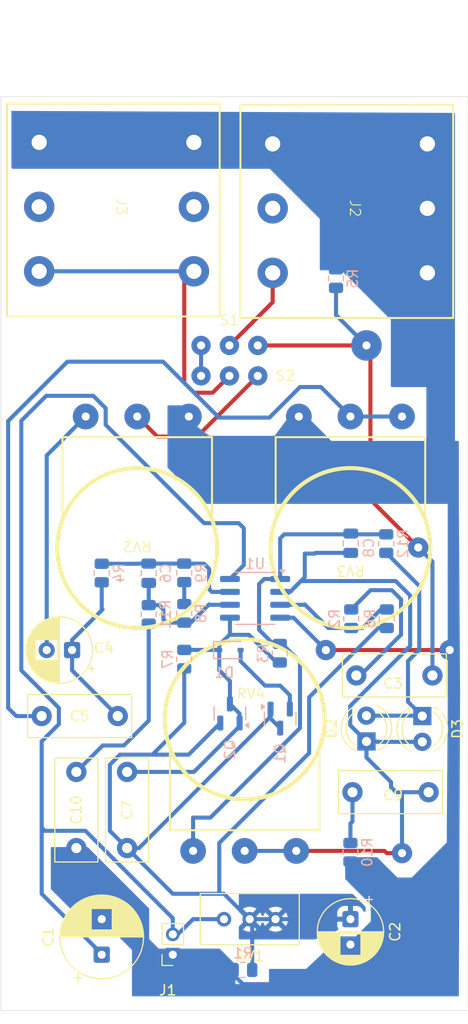
<source format=kicad_pcb>
(kicad_pcb (version 20241229) (generator "pcbnew") (generator_version "9.0")
  (layers (0 "F.Cu" signal) (2 "B.Cu" signal) (13 "F.Paste" user) (15 "B.Paste" user) (5 "F.SilkS" user "F.Silkscreen") (7 "B.SilkS" user "B.Silkscreen") (1 "F.Mask" user) (3 "B.Mask" user) (25 "Edge.Cuts" user))
  (net 0 "")
  (net 1 "+9v")
  (net 2 "GND")
  (net 3 "Vref")
  (net 4 "Net-(C3-Pad1)")
  (net 5 "Net-(C3-Pad2)")
  (net 6 "Net-(C4-Pad1)")
  (net 7 "Net-(C4-Pad2)")
  (net 8 "Net-(C5-Pad1)")
  (net 9 "Net-(U1B--)")
  (net 10 "Net-(C6-Pad2)")
  (net 11 "Net-(D1-K)")
  (net 12 "Net-(C8-Pad2)")
  (net 13 "Net-(D2-K)")
  (net 14 "Net-(C9-Pad1)")
  (net 15 "Net-(C10-Pad1)")
  (net 16 "Net-(D1-A)")
  (net 17 "Net-(D2-A)")
  (net 19 "Net-(J3-Pad3)")
  (net 22 "Net-(U1A-+)")
  (net 23 "Net-(R8-Pad2)")
  (net 24 "Net-(J2-Pad3)")
  (net 25 "Net-(RV2-Pad2)")
  (net 26 "Net-(S1-Pad1)")
  (footprint "Connector_PinSocket_2.00mm:PinSocket_1x02_P2.00mm_Vertical" (layer "F.Cu") (at 37.799 117.201 180)
    (property "Reference" "J1" (at 0.5 -3.5 0) (layer "F.SilkS"))
    (property "Value" "+9v")
    (pad "1" thru_hole rect (at 0 0 180) (size 1.35 1.35) (drill 0.8) (layers "*.Cu" "*.Mask") (net 2 "GND"))
    (pad "2" thru_hole circle (at 0 2 180) (size 1.35 1.35) (drill 0.8) (layers "*.Cu" "*.Mask") (net 1 "+9v"))
  )
  (footprint "LED_THT:LED_D4.0mm" (layer "F.Cu") (at 62.379 93.701 -90)
    (property "Reference" "D3" (at 1.27 -3.46 90) (layer "F.SilkS"))
    (property "Value" "LED")
    (pad "1" thru_hole rect (at 0 0 270) (size 1.8 1.8) (drill 0.9) (layers "*.Cu" "*.Mask") (net 17 "Net-(D2-A)"))
    (pad "2" thru_hole circle (at 2.54 0 270) (size 1.8 1.8) (drill 0.9) (layers "*.Cu" "*.Mask") (net 13 "Net-(D2-K)"))
  )
  (footprint "LED_THT:LED_D4.0mm" (layer "F.Cu") (at 56.879 96.201 90)
    (property "Reference" "D2" (at 1.27 -3.46 90) (layer "F.SilkS"))
    (property "Value" "LED")
    (pad "1" thru_hole rect (at 0 0 90) (size 1.8 1.8) (drill 0.9) (layers "*.Cu" "*.Mask") (net 13 "Net-(D2-K)"))
    (pad "2" thru_hole circle (at 2.54 0 90) (size 1.8 1.8) (drill 0.9) (layers "*.Cu" "*.Mask") (net 17 "Net-(D2-A)"))
  )
  (footprint "myConnectors:TRS_6.3" (layer "F.Cu") (at 55.259 43.701 -90)
    (property "Reference" "J2" (at 0 -0.5 270) (layer "F.SilkS") (effects (font (thickness 0.1))))
    (property "Value" "IN")
    (pad "1" thru_hole circle (at -6.35 7.62 270) (size 3 3) (drill 1.5) (layers "*.Cu" "*.Mask") (net 2 "GND"))
    (pad "2" thru_hole circle (at 0 7.62 270) (size 3 3) (drill 1.5) (layers "*.Cu" "*.Mask"))
    (pad "3" thru_hole circle (at 6.35 7.62 270) (size 3 3) (drill 1.5) (layers "*.Cu" "*.Mask") (net 24 "Net-(J2-Pad3)"))
    (pad "4" thru_hole circle (at -6.35 -7.62 270) (size 3 3) (drill 1.5) (layers "*.Cu" "*.Mask") (net 2 "GND") (padstack (mode custom) (layer "B.Cu" (shape circle) (size 3 3))))
    (pad "5" thru_hole circle (at 0 -7.62 270) (size 3 3) (drill 1.5) (layers "*.Cu" "*.Mask") (net 2 "GND"))
    (pad "6" thru_hole circle (at 6.35 -7.62 270) (size 3 3) (drill 1.5) (layers "*.Cu" "*.Mask") (net 2 "GND"))
  )
  (footprint "myConnectors:Pot_old_vert" (layer "F.Cu") (at 34.299 64.201 -90)
    (property "Reference" "RV2" (at 12.799 0 180) (layer "F.SilkS") (effects (font (thickness 0.1))))
    (property "Value" "500k")
    (pad "1" thru_hole circle (at 0 -5.08 270) (size 2.54 2.54) (drill 0.8) (layers "*.Cu" "*.Mask") (net 2 "GND"))
    (pad "2" thru_hole circle (at 0 0 270) (size 2.54 2.54) (drill 0.8) (layers "*.Cu" "*.Mask") (net 25 "Net-(RV2-Pad2)"))
    (pad "3" thru_hole circle (at 0 5.08 270) (size 2.54 2.54) (drill 0.8) (layers "*.Cu" "*.Mask") (net 7 "Net-(C4-Pad2)"))
  )
  (footprint "myConnectors:Pot_old_vert" (layer "F.Cu") (at 44.880814 106.980454 90)
    (property "Reference" "RV4" (at 15.480454 0.619186 0) (layer "F.SilkS") (effects (font (thickness 0.1))))
    (property "Value" "500k")
    (pad "1" thru_hole circle (at 0 -5.08 90) (size 2.54 2.54) (drill 0.8) (layers "*.Cu" "*.Mask") (net 12 "Net-(C8-Pad2)"))
    (pad "2" thru_hole circle (at 0 0 90) (size 2.54 2.54) (drill 0.8) (layers "*.Cu" "*.Mask") (net 13 "Net-(D2-K)"))
    (pad "3" thru_hole circle (at 0 5.08 90) (size 2.54 2.54) (drill 0.8) (layers "*.Cu" "*.Mask") (net 13 "Net-(D2-K)"))
  )
  (footprint "Capacitor_THT:CP_Radial_D6.3mm_P2.50mm" (layer "F.Cu") (at 27.879 87.201 180)
    (property "Reference" "C4" (at -3.121 0.201 0) (layer "F.SilkS"))
    (property "Value" "22u")
    (pad "1" thru_hole roundrect (at 0 0 180) (size 1.6 1.6) (drill 0.8) (layers "*.Cu" "*.Mask") (roundrect_rratio 0.15625) (net 6 "Net-(C4-Pad1)"))
    (pad "2" thru_hole circle (at 2.5 0 180) (size 1.6 1.6) (drill 0.8) (layers "*.Cu" "*.Mask") (net 7 "Net-(C4-Pad2)"))
  )
  (footprint "Capacitor_THT:C_Rect_L10.0mm_W4.0mm_P7.50mm_MKS4" (layer "F.Cu") (at 24.879 93.701)
    (property "Reference" "C5" (at 3.75 0 0) (layer "F.SilkS"))
    (property "Value" "47n")
    (pad "1" thru_hole circle (at 0 0) (size 2 2) (drill 1) (layers "*.Cu" "*.Mask") (net 8 "Net-(C5-Pad1)"))
    (pad "2" thru_hole circle (at 7.5 0) (size 2 2) (drill 1) (layers "*.Cu" "*.Mask") (net 6 "Net-(C4-Pad1)"))
  )
  (footprint "Potentiometer_THT:Potentiometer_Bourns_3296W_Vertical" (layer "F.Cu") (at 42.839 113.706 180)
    (property "Reference" "RV1" (at -2.54 -3.66 0) (layer "F.SilkS"))
    (property "Value" "10k")
    (pad "1" thru_hole circle (at 0 0 180) (size 1.44 1.44) (drill 0.8) (layers "*.Cu" "*.Mask") (net 1 "+9v"))
    (pad "2" thru_hole circle (at -2.54 0 180) (size 1.44 1.44) (drill 0.8) (layers "*.Cu" "*.Mask") (net 3 "Vref"))
    (pad "3" thru_hole circle (at -5.08 0 180) (size 1.44 1.44) (drill 0.8) (layers "*.Cu" "*.Mask") (net 3 "Vref"))
  )
  (footprint "myConnectors:Pot_old_vert" (layer "F.Cu") (at 55.299 64.201 -90)
    (property "Reference" "RV3" (at 15.192 0 180) (layer "F.SilkS") (effects (font (thickness 0.125))))
    (property "Value" "10k")
    (pad "1" thru_hole circle (at 0 -5.08 270) (size 2.54 2.54) (drill 0.8) (layers "*.Cu" "*.Mask") (net 8 "Net-(C5-Pad1)"))
    (pad "2" thru_hole circle (at 0 0 270) (size 2.54 2.54) (drill 0.8) (layers "*.Cu" "*.Mask") (net 8 "Net-(C5-Pad1)"))
    (pad "3" thru_hole circle (at 0 5.08 270) (size 2.54 2.54) (drill 0.8) (layers "*.Cu" "*.Mask") (net 2 "GND"))
  )
  (footprint "Capacitor_THT:CP_Radial_D6.3mm_P2.50mm" (layer "F.Cu") (at 55.299 113.701 -90)
    (property "Reference" "C2" (at 1.25 -4.4 90) (layer "F.SilkS"))
    (property "Value" "25u")
    (pad "1" thru_hole roundrect (at 0 0 270) (size 1.6 1.6) (drill 0.8) (layers "*.Cu" "*.Mask") (roundrect_rratio 0.15625) (net 3 "Vref"))
    (pad "2" thru_hole circle (at 2.5 0 270) (size 1.6 1.6) (drill 0.8) (layers "*.Cu" "*.Mask") (net 2 "GND"))
  )
  (footprint "myConnectors:TRS_6.3" (layer "F.Cu") (at 32.259 43.551 -90)
    (property "Reference" "J3" (at 0 -0.5 270) (layer "F.SilkS") (effects (font (thickness 0.1))))
    (property "Value" "OUT")
    (pad "1" thru_hole circle (at -6.35 7.62 270) (size 3 3) (drill 1.5) (layers "*.Cu" "*.Mask") (net 2 "GND"))
    (pad "2" thru_hole circle (at 0 7.62 270) (size 3 3) (drill 1.5) (layers "*.Cu" "*.Mask"))
    (pad "3" thru_hole circle (at 6.35 7.62 270) (size 3 3) (drill 1.5) (layers "*.Cu" "*.Mask") (net 19 "Net-(J3-Pad3)"))
    (pad "4" thru_hole circle (at -6.35 -7.62 270) (size 3 3) (drill 1.5) (layers "*.Cu" "*.Mask") (net 2 "GND") (padstack (mode custom) (layer "B.Cu" (shape circle) (size 3 3))))
    (pad "5" thru_hole circle (at 0 -7.62 270) (size 3 3) (drill 1.5) (layers "*.Cu" "*.Mask"))
    (pad "6" thru_hole circle (at 6.35 -7.62 270) (size 3 3) (drill 1.5) (layers "*.Cu" "*.Mask") (net 19 "Net-(J3-Pad3)"))
  )
  (footprint "Capacitor_THT:C_Rect_L10.0mm_W4.0mm_P7.50mm_MKS4" (layer "F.Cu") (at 55.5 101.201)
    (property "Reference" "C9" (at 4 0.299 0) (layer "F.SilkS"))
    (property "Value" "68n")
    (pad "1" thru_hole circle (at 0 0) (size 2 2) (drill 1) (layers "*.Cu" "*.Mask") (net 14 "Net-(C9-Pad1)"))
    (pad "2" thru_hole circle (at 7.5 0) (size 2 2) (drill 1) (layers "*.Cu" "*.Mask") (net 13 "Net-(D2-K)"))
  )
  (footprint "Capacitor_THT:C_Rect_L10.0mm_W4.0mm_P7.50mm_MKS4" (layer "F.Cu") (at 28.299 99.201 -90)
    (property "Reference" "C10" (at 3.75 0 90) (layer "F.SilkS"))
    (property "Value" "100n")
    (pad "1" thru_hole circle (at 0 0 270) (size 2 2) (drill 1) (layers "*.Cu" "*.Mask") (net 15 "Net-(C10-Pad1)"))
    (pad "2" thru_hole circle (at 7.5 0 270) (size 2 2) (drill 1) (layers "*.Cu" "*.Mask") (net 2 "GND"))
  )
  (footprint "Capacitor_THT:CP_Radial_D8.0mm_P3.50mm" (layer "F.Cu") (at 30.799 117.201 90)
    (property "Reference" "C1" (at 1.75 -5.25 90) (layer "F.SilkS"))
    (property "Value" "50u")
    (pad "1" thru_hole roundrect (at 0 0 90) (size 1.6 1.6) (drill 0.8) (layers "*.Cu" "*.Mask") (roundrect_rratio 0.15625) (net 1 "+9v"))
    (pad "2" thru_hole circle (at 3.5 0 90) (size 1.6 1.6) (drill 0.8) (layers "*.Cu" "*.Mask") (net 2 "GND"))
  )
  (footprint "Capacitor_THT:C_Rect_L10.0mm_W4.0mm_P7.50mm_MKS4" (layer "F.Cu") (at 63.379 89.701 180)
    (property "Reference" "C3" (at 3.879 -0.799 0) (layer "F.SilkS"))
    (property "Value" "68n")
    (pad "1" thru_hole circle (at 0 0 180) (size 2 2) (drill 1) (layers "*.Cu" "*.Mask") (net 4 "Net-(C3-Pad1)"))
    (pad "2" thru_hole circle (at 7.5 0 180) (size 2 2) (drill 1) (layers "*.Cu" "*.Mask") (net 5 "Net-(C3-Pad2)"))
  )
  (footprint "Capacitor_THT:C_Rect_L10.0mm_W4.0mm_P7.50mm_MKS4" (layer "F.Cu") (at 33.299 99.201 -90)
    (property "Reference" "C7" (at 3.75 0 90) (layer "F.SilkS"))
    (property "Value" "6.8n")
    (pad "1" thru_hole circle (at 0 0 270) (size 2 2) (drill 1) (layers "*.Cu" "*.Mask") (net 11 "Net-(D1-K)"))
    (pad "2" thru_hole circle (at 7.5 0 270) (size 2 2) (drill 1) (layers "*.Cu" "*.Mask") (net 3 "Vref"))
  )
  (footprint "myConnectors:1PDT" (layer "F.Cu") (at 43.379 57.201)
    (property "Reference" "S1" (at 0 -2.5 0) (layer "F.SilkS") (effects (font (thickness 0.1))))
    (property "Value" "~")
    (pad "1" thru_hole circle (at -2.794 0) (size 1.905 1.905) (drill 0.8) (layers "*.Cu" "*.Mask") (net 26 "Net-(S1-Pad1)"))
    (pad "2" thru_hole circle (at 0 0) (size 1.905 1.905) (drill 0.8) (layers "*.Cu" "*.Mask") (net 24 "Net-(J2-Pad3)"))
    (pad "3" thru_hole circle (at 2.794 0) (size 1.905 1.905) (drill 0.8) (layers "*.Cu" "*.Mask") (net 4 "Net-(C3-Pad1)"))
  )
  (footprint "myConnectors:1PDT" (layer "F.Cu") (at 43.379 60.201)
    (property "Reference" "S2" (at 5.5 0 0) (layer "F.SilkS") (effects (font (thickness 0.1))))
    (property "Value" "~")
    (pad "1" thru_hole circle (at -2.794 0) (size 1.905 1.905) (drill 0.8) (layers "*.Cu" "*.Mask") (net 26 "Net-(S1-Pad1)"))
    (pad "2" thru_hole circle (at 0 0) (size 1.905 1.905) (drill 0.8) (layers "*.Cu" "*.Mask") (net 19 "Net-(J3-Pad3)"))
    (pad "3" thru_hole circle (at 2.794 0) (size 1.905 1.905) (drill 0.8) (layers "*.Cu" "*.Mask") (net 25 "Net-(RV2-Pad2)"))
  )
  (footprint "Resistor_SMD:R_0805_2012Metric" (layer "B.Cu") (at 38.929 79.5985 90)
    (property "Reference" "R9" (at 0 1.65 90) (layer "B.SilkS") (effects (justify mirror)))
    (property "Value" "47k" (hide yes))
    (pad "1" smd roundrect (at -0.9125 0 90) (size 1.025 1.4) (layers "B.Cu" "B.Mask" "B.Paste") (roundrect_rratio 0.243902) (net 23 "Net-(R8-Pad2)"))
    (pad "2" smd roundrect (at 0.9125 0 90) (size 1.025 1.4) (layers "B.Cu" "B.Mask" "B.Paste") (roundrect_rratio 0.243902) (net 10 "Net-(C6-Pad2)"))
  )
  (footprint "Resistor_SMD:R_0805_2012Metric" (layer "B.Cu") (at 58.829 76.716 90)
    (property "Reference" "R12" (at 0 1.65 90) (layer "B.SilkS") (effects (justify mirror)))
    (property "Value" "100")
    (pad "1" smd roundrect (at -0.9125 0 90) (size 1.025 1.4) (layers "B.Cu" "B.Mask" "B.Paste") (roundrect_rratio 0.243902) (net 17 "Net-(D2-A)"))
    (pad "2" smd roundrect (at 0.9125 0 90) (size 1.025 1.4) (layers "B.Cu" "B.Mask" "B.Paste") (roundrect_rratio 0.243902) (net 12 "Net-(C8-Pad2)"))
  )
  (footprint "Resistor_SMD:R_0805_2012Metric" (layer "B.Cu") (at 38.929 83.586 90)
    (property "Reference" "R8" (at 0 1.65 90) (layer "B.SilkS") (effects (justify mirror)))
    (property "Value" "100k")
    (pad "1" smd roundrect (at -0.9125 0 90) (size 1.025 1.4) (layers "B.Cu" "B.Mask" "B.Paste") (roundrect_rratio 0.243902) (net 9 "Net-(U1B--)"))
    (pad "2" smd roundrect (at 0.9125 0 90) (size 1.025 1.4) (layers "B.Cu" "B.Mask" "B.Paste") (roundrect_rratio 0.243902) (net 23 "Net-(R8-Pad2)"))
  )
  (footprint "Resistor_SMD:R_0805_2012Metric" (layer "B.Cu") (at 53.879 50.6135 90)
    (property "Reference" "R5" (at 0 1.65 90) (layer "B.SilkS") (effects (justify mirror)))
    (property "Value" "1M")
    (pad "1" smd roundrect (at -0.9125 0 90) (size 1.025 1.4) (layers "B.Cu" "B.Mask" "B.Paste") (roundrect_rratio 0.243902) (net 4 "Net-(C3-Pad1)"))
    (pad "2" smd roundrect (at 0.9125 0 90) (size 1.025 1.4) (layers "B.Cu" "B.Mask" "B.Paste") (roundrect_rratio 0.243902) (net 2 "GND"))
  )
  (footprint "Resistor_SMD:R_0805_2012Metric" (layer "B.Cu") (at 30.799 79.6135 90)
    (property "Reference" "R4" (at 0 1.701 90) (layer "B.SilkS") (effects (justify mirror)))
    (property "Value" "20k")
    (pad "1" smd roundrect (at -0.9125 0 90) (size 1.025 1.4) (layers "B.Cu" "B.Mask" "B.Paste") (roundrect_rratio 0.243902) (net 6 "Net-(C4-Pad1)"))
    (pad "2" smd roundrect (at 0.9125 0 90) (size 1.025 1.4) (layers "B.Cu" "B.Mask" "B.Paste") (roundrect_rratio 0.243902) (net 10 "Net-(C6-Pad2)"))
  )
  (footprint "Resistor_SMD:R_0805_2012Metric" (layer "B.Cu") (at 55.299 107.1135 90)
    (property "Reference" "R10" (at 0 1.65 90) (layer "B.SilkS") (effects (justify mirror)))
    (property "Value" "2k")
    (pad "1" smd roundrect (at -0.9125 0 90) (size 1.025 1.4) (layers "B.Cu" "B.Mask" "B.Paste") (roundrect_rratio 0.243902) (net 2 "GND"))
    (pad "2" smd roundrect (at 0.9125 0 90) (size 1.025 1.4) (layers "B.Cu" "B.Mask" "B.Paste") (roundrect_rratio 0.243902) (net 14 "Net-(C9-Pad1)"))
  )
  (footprint "Capacitor_SMD:C_0805_2012Metric" (layer "B.Cu") (at 55.329 76.6785 90)
    (property "Reference" "C8" (at -0.45 1.779454 90) (layer "B.SilkS") (effects (justify mirror)))
    (property "Value" "100p")
    (pad "1" smd roundrect (at -0.95 0 90) (size 1 1.45) (layers "B.Cu" "B.Mask" "B.Paste") (net 13 "Net-(D2-K)"))
    (pad "2" smd roundrect (at 0.95 0 90) (size 1 1.45) (layers "B.Cu" "B.Mask" "B.Paste") (net 12 "Net-(C8-Pad2)"))
  )
  (footprint "Package_TO_SOT_SMD:SOT-23" (layer "B.Cu") (at 43.429 93.4485 90)
    (property "Reference" "Q2" (at -3.5625 0 90) (layer "B.SilkS") (effects (justify mirror)))
    (property "Value" "AO3400A")
    (pad "1" smd roundrect (at -0.9375 0.95 90) (size 1.475 0.6) (layers "B.Cu" "B.Mask" "B.Paste") (net 11 "Net-(D1-K)"))
    (pad "2" smd roundrect (at -0.9375 -0.95 90) (size 1.475 0.6) (layers "B.Cu" "B.Mask" "B.Paste") (net 3 "Vref"))
    (pad "3" smd roundrect (at 0.9375 0 90) (size 1.475 0.6) (layers "B.Cu" "B.Mask" "B.Paste") (net 11 "Net-(D1-K)"))
  )
  (footprint "Resistor_SMD:R_0805_2012Metric" (layer "B.Cu") (at 55.379 84.1135 -90)
    (property "Reference" "R2" (at 0 1.65 90) (layer "B.SilkS") (effects (justify mirror)))
    (property "Value" "10k")
    (pad "1" smd roundrect (at -0.9125 0 270) (size 1.025 1.4) (layers "B.Cu" "B.Mask" "B.Paste") (roundrect_rratio 0.243902) (net 5 "Net-(C3-Pad2)"))
    (pad "2" smd roundrect (at 0.9125 0 270) (size 1.025 1.4) (layers "B.Cu" "B.Mask" "B.Paste") (roundrect_rratio 0.243902) (net 22 "Net-(U1A-+)"))
  )
  (footprint "Diode_SMD:D_SOD-323" (layer "B.Cu") (at 43.429 87.201)
    (property "Reference" "D1" (at -0.55 2.225 0) (layer "B.SilkS") (effects (justify mirror)))
    (property "Value" "1N4148WS")
    (pad "1" smd roundrect (at -1.05 0) (size 0.6 0.45) (layers "B.Cu" "B.Mask" "B.Paste") (net 11 "Net-(D1-K)"))
    (pad "2" smd roundrect (at 1.05 0) (size 0.6 0.45) (layers "B.Cu" "B.Mask" "B.Paste") (net 16 "Net-(D1-A)"))
  )
  (footprint "Resistor_SMD:R_0805_2012Metric" (layer "B.Cu") (at 35.429 83.686 90)
    (property "Reference" "R11" (at 0 1.65 90) (layer "B.SilkS") (effects (justify mirror)))
    (property "Value" "39k")
    (pad "1" smd roundrect (at -0.9125 0 90) (size 1.025 1.4) (layers "B.Cu" "B.Mask" "B.Paste") (roundrect_rratio 0.243902) (net 15 "Net-(C10-Pad1)"))
    (pad "2" smd roundrect (at 0.9125 0 90) (size 1.025 1.4) (layers "B.Cu" "B.Mask" "B.Paste") (roundrect_rratio 0.243902) (net 9 "Net-(U1B--)"))
  )
  (footprint "Resistor_SMD:R_0805_2012Metric" (layer "B.Cu") (at 48.3415 87.511 -90)
    (property "Reference" "R3" (at 0 1.65 90) (layer "B.SilkS") (effects (justify mirror)))
    (property "Value" "10k")
    (pad "1" smd roundrect (at -0.9125 0 270) (size 1.025 1.4) (layers "B.Cu" "B.Mask" "B.Paste") (roundrect_rratio 0.243902) (net 12 "Net-(C8-Pad2)"))
    (pad "2" smd roundrect (at 0.9125 0 270) (size 1.025 1.4) (layers "B.Cu" "B.Mask" "B.Paste") (roundrect_rratio 0.243902) (net 11 "Net-(D1-K)"))
  )
  (footprint "Resistor_SMD:R_0805_2012Metric" (layer "B.Cu") (at 38.929 88.0985 -90)
    (property "Reference" "R7" (at 0 1.65 90) (layer "B.SilkS") (effects (justify mirror)))
    (property "Value" "330k")
    (pad "1" smd roundrect (at -0.9125 0 270) (size 1.025 1.4) (layers "B.Cu" "B.Mask" "B.Paste") (roundrect_rratio 0.243902) (net 11 "Net-(D1-K)"))
    (pad "2" smd roundrect (at 0.9125 0 270) (size 1.025 1.4) (layers "B.Cu" "B.Mask" "B.Paste") (roundrect_rratio 0.243902) (net 3 "Vref"))
  )
  (footprint "Package_TO_SOT_SMD:SOT-23" (layer "B.Cu") (at 48.379 93.9485 -90)
    (property "Reference" "Q1" (at 3.4375 0 90) (layer "B.SilkS") (effects (justify mirror)))
    (property "Value" "AO3400A")
    (pad "1" smd roundrect (at -0.9375 0.95 270) (size 1.475 0.6) (layers "B.Cu" "B.Mask" "B.Paste") (net 3 "Vref"))
    (pad "2" smd roundrect (at -0.9375 -0.95 270) (size 1.475 0.6) (layers "B.Cu" "B.Mask" "B.Paste") (net 16 "Net-(D1-A)"))
    (pad "3" smd roundrect (at 0.9375 0 270) (size 1.475 0.6) (layers "B.Cu" "B.Mask" "B.Paste") (net 3 "Vref"))
  )
  (footprint "Package_SO:SOIC-8_3.9x4.9mm_P1.27mm" (layer "B.Cu") (at 45.904 82.106 180)
    (property "Reference" "U1" (at 0 3.4 0) (layer "B.SilkS") (effects (justify mirror)))
    (property "Value" "TL072")
    (pad "1" smd roundrect (at -2.475 1.905 180) (size 1.95 0.6) (layers "B.Cu" "B.Mask" "B.Paste") (net 12 "Net-(C8-Pad2)"))
    (pad "2" smd roundrect (at -2.475 0.635 180) (size 1.95 0.6) (layers "B.Cu" "B.Mask" "B.Paste") (net 13 "Net-(D2-K)"))
    (pad "3" smd roundrect (at -2.475 -0.635 180) (size 1.95 0.6) (layers "B.Cu" "B.Mask" "B.Paste") (net 22 "Net-(U1A-+)"))
    (pad "4" smd roundrect (at -2.475 -1.905 180) (size 1.95 0.6) (layers "B.Cu" "B.Mask" "B.Paste") (net 2 "GND"))
    (pad "5" smd roundrect (at 2.475 -1.905 180) (size 1.95 0.6) (layers "B.Cu" "B.Mask" "B.Paste") (net 11 "Net-(D1-K)"))
    (pad "6" smd roundrect (at 2.475 -0.635 180) (size 1.95 0.6) (layers "B.Cu" "B.Mask" "B.Paste") (net 9 "Net-(U1B--)"))
    (pad "7" smd roundrect (at 2.475 0.635 180) (size 1.95 0.6) (layers "B.Cu" "B.Mask" "B.Paste") (net 10 "Net-(C6-Pad2)"))
    (pad "8" smd roundrect (at 2.475 1.905 180) (size 1.95 0.6) (layers "B.Cu" "B.Mask" "B.Paste") (net 1 "+9v"))
  )
  (footprint "Resistor_SMD:R_0805_2012Metric" (layer "B.Cu") (at 44.7115 118.701 180)
    (property "Reference" "R1" (at 0 1.65 0) (layer "B.SilkS") (effects (justify mirror)))
    (property "Value" "10k")
    (pad "1" smd roundrect (at -0.9125 0 180) (size 1.025 1.4) (layers "B.Cu" "B.Mask" "B.Paste") (roundrect_rratio 0.243902) (net 3 "Vref"))
    (pad "2" smd roundrect (at 0.9125 0 180) (size 1.025 1.4) (layers "B.Cu" "B.Mask" "B.Paste") (roundrect_rratio 0.243902) (net 2 "GND"))
  )
  (footprint "Capacitor_SMD:C_0805_2012Metric" (layer "B.Cu") (at 35.429 79.636 90)
    (property "Reference" "C6" (at 0 1.68 90) (layer "B.SilkS") (effects (justify mirror)))
    (property "Value" "100p")
    (pad "1" smd roundrect (at -0.95 0 90) (size 1 1.45) (layers "B.Cu" "B.Mask" "B.Paste") (net 9 "Net-(U1B--)"))
    (pad "2" smd roundrect (at 0.95 0 90) (size 1 1.45) (layers "B.Cu" "B.Mask" "B.Paste") (net 10 "Net-(C6-Pad2)"))
  )
  (footprint "Resistor_SMD:R_0805_2012Metric" (layer "B.Cu") (at 58.879 84.1135 -90)
    (property "Reference" "R6" (at 0 1.65 90) (layer "B.SilkS") (effects (justify mirror)))
    (property "Value" "470k")
    (pad "1" smd roundrect (at -0.9125 0 270) (size 1.025 1.4) (layers "B.Cu" "B.Mask" "B.Paste") (roundrect_rratio 0.243902) (net 22 "Net-(U1A-+)"))
    (pad "2" smd roundrect (at 0.9125 0 270) (size 1.025 1.4) (layers "B.Cu" "B.Mask" "B.Paste") (roundrect_rratio 0.243902) (net 3 "Vref"))
  )
  (gr_poly (pts (xy 54.879 107.701) (xy 57.879 107.701) (xy 59.879 109.701) (xy 61.379 109.701) (xy 64.879 106.201) (xy 65 91.5) (xy 66 91.5) (xy 65.879 120.201) (xy 49.379 120.201) (xy 54.379 115.5) (xy 56 115.5) (xy 57.5 114) (xy 57.5 112.201) (xy 54.879 109.701)) (stroke (width 0.2)) (fill yes) (layer "B.Cu") (net 2))
  (gr_poly (pts (xy 29.379 106.701) (xy 25.879 106.701) (xy 25.879 110.701) (xy 30.379 115.201) (xy 32.379 115.201) (xy 33.879 116.701) (xy 33.879 121.201) (xy 65.879 121.201) (xy 65.879 118.701) (xy 47.379 118.701) (xy 47.379 120.201) (xy 43.879 120.201) (xy 43.879 118.201) (xy 42.379 116.701) (xy 36.379 116.701) (xy 35.379 115.701) (xy 35.379 112.701)) (stroke (width 0.2)) (fill yes) (layer "B.Cu") (net 2))
  (gr_poly (pts (xy 65.879 72.701) (xy 66 91.5) (xy 65 91.5) (xy 65.010315 72.701)) (stroke (width 0.2)) (fill yes) (layer "B.Cu") (net 2))
  (gr_poly (pts (xy 39.379 63.201) (xy 37.379 63.201) (xy 37.379 69.201) (xy 40.879 72.701) (xy 65.879 72.701) (xy 65.879 66.701) (xy 53.379 66.701) (xy 50.879 64.201) (xy 49.379 64.201) (xy 47.879 66.201) (xy 41.379 66.201) (xy 39.379 64.701)) (stroke (width 0.2)) (fill yes) (layer "B.Cu") (net 2))
  (gr_poly (pts (xy 22 34.201) (xy 22 39.701) (xy 47.379 39.701) (xy 52.379 44.701) (xy 52.379 49.701) (xy 54.879 49.701) (xy 59.379 54.201) (xy 59.379 61.201) (xy 62.879 61.201) (xy 62.879 67.701) (xy 65.5 69.7) (xy 65.5 34.4) (xy 22 34.201) (xy 22 39.701) (xy 22.379 39.701)) (stroke (width 0.2)) (fill yes) (layer "B.Cu") (net 2))
  (gr_rect (start 20.879 32.701) (end 66.879 122.701) (stroke (width 0.05)) (fill no) (layer "Edge.Cuts"))
  (segment (start 25.185211 105) (end 24.886211 104.701) (width 0.4) (layer "B.Cu") (net 1))
  (segment (start 24.879 96.201) (end 26.58 94.5) (width 0.4) (layer "B.Cu") (net 1))
  (segment (start 44.799 75.201) (end 44.799 78.831) (width 0.4) (layer "B.Cu") (net 1))
  (segment (start 44.299 74.701) (end 44.799 75.201) (width 0.4) (layer "B.Cu") (net 1))
  (segment (start 37.646349 115.048349) (end 37.799 115.201) (width 0.4) (layer "B.Cu") (net 1))
  (segment (start 37.799 113.606578) (end 29.192422 105) (width 0.4) (layer "B.Cu") (net 1))
  (segment (start 24.886211 105.201) (end 24.886211 104.701) (width 0.4) (layer "B.Cu") (net 1))
  (segment (start 25.339 62.161) (end 29.966415 62.161) (width 0.4) (layer "B.Cu") (net 1))
  (segment (start 40.873585 74.701) (end 44.299 74.701) (width 0.4) (layer "B.Cu") (net 1))
  (segment (start 39.799 113.701) (end 42.799 113.701) (width 0.4) (layer "B.Cu") (net 1))
  (segment (start 37.799 115.201) (end 37.799 113.606578) (width 0.4) (layer "B.Cu") (net 1))
  (segment (start 31.19 63.384585) (end 31.19 65.017415) (width 0.4) (layer "B.Cu") (net 1))
  (segment (start 26.58 92.902) (end 22.879 89.201) (width 0.4) (layer "B.Cu") (net 1))
  (segment (start 30.799 117.201) (end 30.879 117.201) (width 0.4) (layer "B.Cu") (net 1))
  (segment (start 26.58 94.5) (end 26.58 92.902) (width 0.4) (layer "B.Cu") (net 1))
  (segment (start 37.799 115.201) (end 38.299 115.201) (width 0.4) (layer "B.Cu") (net 1))
  (segment (start 29.966415 62.161) (end 31.19 63.384585) (width 0.4) (layer "B.Cu") (net 1))
  (segment (start 24.886211 105.201) (end 24.886211 96.208211) (width 0.4) (layer "B.Cu") (net 1))
  (segment (start 30.879 117.201) (end 24.886211 111.208211) (width 0.4) (layer "B.Cu") (net 1))
  (segment (start 44.799 78.831) (end 43.429 80.201) (width 0.4) (layer "B.Cu") (net 1))
  (segment (start 38.299 115.201) (end 39.799 113.701) (width 0.4) (layer "B.Cu") (net 1))
  (segment (start 31.19 65.017415) (end 40.873585 74.701) (width 0.4) (layer "B.Cu") (net 1))
  (segment (start 22.879 89.201) (end 22.879 64.621) (width 0.4) (layer "B.Cu") (net 1))
  (segment (start 24.886211 111.208211) (end 24.886211 105.201) (width 0.4) (layer "B.Cu") (net 1))
  (segment (start 22.879 64.621) (end 25.339 62.161) (width 0.4) (layer "B.Cu") (net 1))
  (segment (start 24.886211 96.208211) (end 24.879 96.201) (width 0.4) (layer "B.Cu") (net 1))
  (segment (start 29.192422 105) (end 25.185211 105) (width 0.4) (layer "B.Cu") (net 1))
  (segment (start 52.879 87.201) (end 65.08 87.201) (width 0.4) (layer "F.Cu") (net 2))
  (via (at 52.879 87.201) (size 2) (drill 0.8) (layers "F.Cu" "B.Cu") (net 2))
  (via (at 65.08 87.201) (size 2) (drill 0.8) (layers "F.Cu" "B.Cu") (net 2))
  (segment (start 63.379 61.702) (end 64.879 60.202) (width 0.4) (layer "B.Cu") (net 2))
  (segment (start 49.689 84.011) (end 52.879 87.201) (width 0.4) (layer "B.Cu") (net 2))
  (segment (start 39.379 64.201) (end 39.379 67.201) (width 0.4) (layer "B.Cu") (net 2))
  (segment (start 55.299 116.201) (end 51.398 120.102) (width 0.4) (layer "B.Cu") (net 2))
  (segment (start 32.299 113.701) (end 35.799 117.201) (width 0.4) (layer "B.Cu") (net 2))
  (segment (start 65.08 60.701) (end 65.08 80.201) (width 0.4) (layer "B.Cu") (net 2))
  (segment (start 48.379 67.701) (end 50.219 65.861) (width 0.4) (layer "B.Cu") (net 2))
  (segment (start 24.639 37.201) (end 31.879 37.201) (width 0.4) (layer "B.Cu") (net 2))
  (segment (start 43.299 118.701) (end 41.799 117.201) (width 0.4) (layer "B.Cu") (net 2))
  (segment (start 57.5 114) (end 55.299 116.201) (width 0.4) (layer "B.Cu") (net 2))
  (segment (start 65.08 60.202) (end 65.08 60.701) (width 0.4) (layer "B.Cu") (net 2))
  (segment (start 55.299 110) (end 57.5 112.201) (width 0.4) (layer "B.Cu") (net 2))
  (segment (start 28.299 111.201) (end 28.299 106.701) (width 0.4) (layer "B.Cu") (net 2))
  (segment (start 62.879 50.051) (end 65.08 52.252) (width 0.4) (layer "B.Cu") (net 2))
  (segment (start 39.379 67.201) (end 39.879 67.701) (width 0.4) (layer "B.Cu") (net 2))
  (segment (start 43.799 118.701) (end 43.299 118.701) (width 0.4) (layer "B.Cu") (net 2))
  (segment (start 50.219 65.861) (end 50.219 64.201) (width 0.4) (layer "B.Cu") (net 2))
  (segment (start 65.08 80.201) (end 65.08 87.201) (width 0.4) (layer "B.Cu") (net 2))
  (segment (start 51.398 120.102) (end 44.7 120.102) (width 0.4) (layer "B.Cu") (net 2))
  (segment (start 39.879 67.701) (end 48.379 67.701) (width 0.4) (layer "B.Cu") (net 2))
  (segment (start 65.08 87.201) (end 65.08 109) (width 0.4) (layer "B.Cu") (net 2))
  (segment (start 63.379 66.701) (end 63.379 61.702) (width 0.4) (layer "B.Cu") (net 2))
  (segment (start 65.08 52.252) (end 65.08 60.701) (width 0.4) (layer "B.Cu") (net 2))
  (segment (start 54.219 68.201) (end 61.879 68.201) (width 0.4) (layer "B.Cu") (net 2))
  (segment (start 64.879 60.202) (end 65.08 60.202) (width 0.4) (layer "B.Cu") (net 2))
  (segment (start 30.799 113.701) (end 28.299 111.201) (width 0.4) (layer "B.Cu") (net 2))
  (segment (start 50.219 64.201) (end 54.219 68.201) (width 0.4) (layer "B.Cu") (net 2))
  (segment (start 41.799 117.201) (end 37.799 117.201) (width 0.4) (layer "B.Cu") (net 2))
  (segment (start 61.879 68.201) (end 63.379 66.701) (width 0.4) (layer "B.Cu") (net 2))
  (segment (start 65.08 109) (end 57.879 116.201) (width 0.4) (layer "B.Cu") (net 2))
  (segment (start 57.879 116.201) (end 55.299 116.201) (width 0.4) (layer "B.Cu") (net 2))
  (segment (start 54.579 49.701) (end 65.08 60.202) (width 0.4) (layer "B.Cu") (net 2))
  (segment (start 62.879 37.351) (end 62.879 50.051) (width 0.4) (layer "B.Cu") (net 2))
  (segment (start 47.639 37.351) (end 54.054 43.766) (width 0.4) (layer "B.Cu") (net 2))
  (segment (start 30.799 113.701) (end 32.299 113.701) (width 0.4) (layer "B.Cu") (net 2))
  (segment (start 65.08 79.062) (end 65.08 80.201) (width 0.4) (layer "B.Cu") (net 2))
  (segment (start 44.7 120.102) (end 43.799 119.201) (width 0.4) (layer "B.Cu") (net 2))
  (segment (start 55.299 108.026) (end 55.299 110) (width 0.4) (layer "B.Cu") (net 2))
  (segment (start 31.879 37.201) (end 39.879 37.201) (width 0.4) (layer "B.Cu") (net 2))
  (segment (start 48.379 84.011) (end 49.689 84.011) (width 0.4) (layer "B.Cu") (net 2))
  (segment (start 57.5 112.201) (end 57.5 114) (width 0.4) (layer "B.Cu") (net 2))
  (segment (start 54.054 43.766) (end 54.054 49.701) (width 0.4) (layer "B.Cu") (net 2))
  (segment (start 43.799 119.201) (end 43.799 118.701) (width 0.4) (layer "B.Cu") (net 2))
  (segment (start 35.799 117.201) (end 37.799 117.201) (width 0.4) (layer "B.Cu") (net 2))
  (segment (start 53.879 49.701) (end 54.579 49.701) (width 0.4) (layer "B.Cu") (net 2))
  (segment (start 45.339 113.701) (end 47.879 113.701) (width 0.4) (layer "B.Cu") (net 3))
  (segment (start 42.839 111.201) (end 45.339 113.701) (width 0.4) (layer "B.Cu") (net 3))
  (segment (start 35.799 97.5) (end 32.594422 97.5) (width 0.4) (layer "B.Cu") (net 3))
  (segment (start 47.429 93.748499) (end 34.476499 106.701) (width 0.4) (layer "B.Cu") (net 3))
  (segment (start 45.624 118.701) (end 45.624 113.986) (width 0.4) (layer "B.Cu") (net 3))
  (segment (start 45.624 113.986) (end 45.339 113.701) (width 0.4) (layer "B.Cu") (net 3))
  (segment (start 42.479 94.386) (end 39.365 97.5) (width 0.4) (layer "B.Cu") (net 3))
  (segment (start 37.799 111.201) (end 42.379 111.201) (width 0.4) (layer "B.Cu") (net 3))
  (segment (start 47.429 93.011) (end 47.429 93.748499) (width 0.4) (layer "B.Cu") (net 3))
  (segment (start 38.929 94.37) (end 35.799 97.5) (width 0.4) (layer "B.Cu") (net 3))
  (segment (start 58.054 85.026) (end 51.231 91.849) (width 0.4) (layer "B.Cu") (net 3))
  (segment (start 55.299 113.701) (end 47.879 113.701) (width 0.4) (layer "B.Cu") (net 3))
  (segment (start 39.365 97.5) (end 35.799 97.5) (width 0.4) (layer "B.Cu") (net 3))
  (segment (start 31.598 98.496422) (end 31.598 105) (width 0.4) (layer "B.Cu") (net 3))
  (segment (start 58.879 85.026) (end 58.054 85.026) (width 0.4) (layer "B.Cu") (net 3))
  (segment (start 42.379 111.201) (end 42.839 111.201) (width 0.4) (layer "B.Cu") (net 3))
  (segment (start 51.231 91.849) (end 51.231 97.349) (width 0.4) (layer "B.Cu") (net 3))
  (segment (start 42.379 106.201) (end 42.379 111.201) (width 0.4) (layer "B.Cu") (net 3))
  (segment (start 31.598 105) (end 33.299 106.701) (width 0.4) (layer "B.Cu") (net 3))
  (segment (start 32.594422 97.5) (end 31.598 98.496422) (width 0.4) (layer "B.Cu") (net 3))
  (segment (start 38.929 89.011) (end 38.929 94.37) (width 0.4) (layer "B.Cu") (net 3))
  (segment (start 47.429 93.011) (end 47.429 93.936) (width 0.4) (layer "B.Cu") (net 3))
  (segment (start 34.476499 106.701) (end 33.299 106.701) (width 0.4) (layer "B.Cu") (net 3))
  (segment (start 33.299 106.701) (end 37.799 111.201) (width 0.4) (layer "B.Cu") (net 3))
  (segment (start 47.429 93.936) (end 48.379 94.886) (width 0.4) (layer "B.Cu") (net 3))
  (segment (start 51.231 97.349) (end 42.379 106.201) (width 0.4) (layer "B.Cu") (net 3))
  (segment (start 57.27 72.392) (end 57.27 57.592) (width 0.4) (layer "F.Cu") (net 4))
  (segment (start 46.173 57.201) (end 56.879 57.201) (width 0.4) (layer "F.Cu") (net 4))
  (segment (start 61.979 77.101) (end 57.27 72.392) (width 0.4) (layer "F.Cu") (net 4))
  (segment (start 57.27 57.592) (end 56.879 57.201) (width 0.4) (layer "F.Cu") (net 4))
  (via (at 61.979 77.101) (size 2) (drill 0.8) (layers "F.Cu" "B.Cu") (net 4))
  (via (at 56.879 57.201) (size 3) (drill 0.8) (layers "F.Cu" "B.Cu") (net 4))
  (segment (start 63.379 89.701) (end 63.379 78.501) (width 0.4) (layer "B.Cu") (net 4))
  (segment (start 53.879 54.201) (end 56.879 57.201) (width 0.4) (layer "B.Cu") (net 4))
  (segment (start 53.879 51.526) (end 53.879 54.201) (width 0.4) (layer "B.Cu") (net 4))
  (segment (start 63.379 89.701) (end 63.379 89.879) (width 0.4) (layer "B.Cu") (net 4))
  (segment (start 63.379 78.501) (end 61.979 77.101) (width 0.4) (layer "B.Cu") (net 4))
  (segment (start 59.379 81.303) (end 60.28 82.204) (width 0.4) (layer "B.Cu") (net 5))
  (segment (start 60.28 82.204) (end 60.28 85.689344) (width 0.4) (layer "B.Cu") (net 5))
  (segment (start 57.277 81.303) (end 59.379 81.303) (width 0.4) (layer "B.Cu") (net 5))
  (segment (start 60.28 85.689344) (end 56.268344 89.701) (width 0.4) (layer "B.Cu") (net 5))
  (segment (start 56.268344 89.701) (end 55.879 89.701) (width 0.4) (layer "B.Cu") (net 5))
  (segment (start 55.379 83.201) (end 57.277 81.303) (width 0.4) (layer "B.Cu") (net 5))
  (segment (start 27.879 89.201) (end 27.879 87.201) (width 0.4) (layer "B.Cu") (net 6))
  (segment (start 30.799 83.121) (end 30.799 80.526) (width 0.4) (layer "B.Cu") (net 6))
  (segment (start 32.379 93.701) (end 27.879 89.201) (width 0.4) (layer "B.Cu") (net 6))
  (segment (start 30.879 83.201) (end 30.799 83.121) (width 0.4) (layer "B.Cu") (net 6))
  (segment (start 27.879 87.201) (end 27.879 86.201) (width 0.4) (layer "B.Cu") (net 6))
  (segment (start 27.879 86.201) (end 30.879 83.201) (width 0.4) (layer "B.Cu") (net 6))
  (segment (start 25.379 87.201) (end 25.379 68.041) (width 0.4) (layer "B.Cu") (net 7))
  (segment (start 25.379 68.041) (end 29.219 64.201) (width 0.4) (layer "B.Cu") (net 7))
  (segment (start 21.58 64.645794) (end 21.58 92.902) (width 0.4) (layer "B.Cu") (net 8))
  (segment (start 52.394794 61.296794) (end 55.299 64.201) (width 0.4) (layer "B.Cu") (net 8))
  (segment (start 27.425794 58.8) (end 21.58 64.645794) (width 0.4) (layer "B.Cu") (net 8))
  (segment (start 27.425794 58.8) (end 36.845597 58.8) (width 0.4) (layer "B.Cu") (net 8))
  (segment (start 47.324585 64.308) (end 50.335791 61.296794) (width 0.4) (layer "B.Cu") (net 8))
  (segment (start 42.353597 64.308) (end 47.324585 64.308) (width 0.4) (layer "B.Cu") (net 8))
  (segment (start 22.379 93.701) (end 24.879 93.701) (width 0.4) (layer "B.Cu") (net 8))
  (segment (start 21.58 92.902) (end 22.379 93.701) (width 0.4) (layer "B.Cu") (net 8))
  (segment (start 50.335791 61.296794) (end 52.394794 61.296794) (width 0.4) (layer "B.Cu") (net 8))
  (segment (start 36.845597 58.8) (end 42.353597 64.308) (width 0.4) (layer "B.Cu") (net 8))
  (segment (start 60.379 64.201) (end 55.299 64.201) (width 0.4) (layer "B.Cu") (net 8))
  (segment (start 35.429 80.586) (end 35.429 82.7735) (width 0.4) (layer "B.Cu") (net 9))
  (segment (start 43.429 82.741) (end 41.419 82.741) (width 0.4) (layer "B.Cu") (net 9))
  (segment (start 37.1765 84.4985) (end 38.929 84.4985) (width 0.4) (layer "B.Cu") (net 9))
  (segment (start 36.4515 82.7735) (end 36.879 83.201) (width 0.4) (layer "B.Cu") (net 9))
  (segment (start 41.379 82.701) (end 39.5815 84.4985) (width 0.4) (layer "B.Cu") (net 9))
  (segment (start 36.879 83.201) (end 36.879 84.201) (width 0.4) (layer "B.Cu") (net 9))
  (segment (start 39.5815 84.4985) (end 38.929 84.4985) (width 0.4) (layer "B.Cu") (net 9))
  (segment (start 41.419 82.741) (end 41.379 82.701) (width 0.4) (layer "B.Cu") (net 9))
  (segment (start 38.2415 84.4985) (end 38.929 84.4985) (width 0.2) (layer "B.Cu") (net 9))
  (segment (start 35.429 82.7735) (end 36.4515 82.7735) (width 0.4) (layer "B.Cu") (net 9))
  (segment (start 36.879 84.201) (end 37.1765 84.4985) (width 0.4) (layer "B.Cu") (net 9))
  (segment (start 39.144 78.646) (end 38.929 78.861) (width 0.2) (layer "B.Cu") (net 10))
  (segment (start 41.379 79.201) (end 40.864 78.686) (width 0.4) (layer "B.Cu") (net 10))
  (segment (start 41.649 81.471) (end 41.379 81.201) (width 0.4) (layer "B.Cu") (net 10))
  (segment (start 40.864 78.686) (end 35.429 78.686) (width 0.4) (layer "B.Cu") (net 10))
  (segment (start 34.314 78.686) (end 34.299 78.701) (width 0.4) (layer "B.Cu") (net 10))
  (segment (start 41.379 81.201) (end 41.379 79.201) (width 0.4) (layer "B.Cu") (net 10))
  (segment (start 35.429 78.686) (end 34.314 78.686) (width 0.4) (layer "B.Cu") (net 10))
  (segment (start 34.299 78.701) (end 30.799 78.701) (width 0.4) (layer "B.Cu") (net 10))
  (segment (start 43.429 81.471) (end 41.649 81.471) (width 0.4) (layer "B.Cu") (net 10))
  (segment (start 43.429 85.651) (end 43.429 84.011) (width 0.4) (layer "B.Cu") (net 11))
  (segment (start 43.479 85.701) (end 43.429 85.651) (width 0.4) (layer "B.Cu") (net 11))
  (segment (start 43.429 90.251) (end 42.379 89.201) (width 0.4) (layer "B.Cu") (net 11))
  (segment (start 42.364 87.186) (end 42.379 87.201) (width 0.4) (layer "B.Cu") (net 11))
  (segment (start 43.429 92.511) (end 43.429 90.251) (width 0.4) (layer "B.Cu") (net 11))
  (segment (start 48.3415 88.4235) (end 48.0215 88.4235) (width 0.4) (layer "B.Cu") (net 11))
  (segment (start 44.379 94.386) (end 44.379 93.461) (width 0.4) (layer "B.Cu") (net 11))
  (segment (start 39.879 99.201) (end 33.299 99.201) (width 0.4) (layer "B.Cu") (net 11))
  (segment (start 42.379 89.201) (end 42.379 87.201) (width 0.4) (layer "B.Cu") (net 11))
  (segment (start 38.929 87.186) (end 42.364 87.186) (width 0.4) (layer "B.Cu") (net 11))
  (segment (start 42.379 87.201) (end 42.379 86.701) (width 0.4) (layer "B.Cu") (net 11))
  (segment (start 44.379 94.701) (end 39.879 99.201) (width 0.4) (layer "B.Cu") (net 11))
  (segment (start 44.379 94.386) (end 44.379 94.701) (width 0.4) (layer "B.Cu") (net 11))
  (segment (start 45.299 85.701) (end 43.479 85.701) (width 0.4) (layer "B.Cu") (net 11))
  (segment (start 44.379 93.461) (end 43.429 92.511) (width 0.4) (layer "B.Cu") (net 11))
  (segment (start 42.379 86.701) (end 43.429 85.651) (width 0.4) (layer "B.Cu") (net 11))
  (segment (start 48.0215 88.4235) (end 45.299 85.701) (width 0.4) (layer "B.Cu") (net 11))
  (segment (start 48.7765 75.8035) (end 58.829 75.8035) (width 0.4) (layer "B.Cu") (net 12))
  (segment (start 46.299 85.201) (end 46.299 80.701) (width 0.4) (layer "B.Cu") (net 12))
  (segment (start 39.799 103.701) (end 39.799 105.778772) (width 0.4) (layer "B.Cu") (net 12))
  (segment (start 41.509152 103.701) (end 39.799 103.701) (width 0.4) (layer "B.Cu") (net 12))
  (segment (start 48.3415 86.5985) (end 47.6965 86.5985) (width 0.4) (layer "B.Cu") (net 12))
  (segment (start 46.799 80.201) (end 48.379 80.201) (width 0.4) (layer "B.Cu") (net 12))
  (segment (start 46.299 80.701) (end 46.799 80.201) (width 0.4) (layer "B.Cu") (net 12))
  (segment (start 48.379 76.201) (end 48.7765 75.8035) (width 0.4) (layer "B.Cu") (net 12))
  (segment (start 39.799 105.778772) (end 39.199066 106.378706) (width 0.4) (layer "B.Cu") (net 12))
  (segment (start 50.33 94.880152) (end 41.509152 103.701) (width 0.4) (layer "B.Cu") (net 12))
  (segment (start 47.6965 86.5985) (end 46.299 85.201) (width 0.4) (layer "B.Cu") (net 12))
  (segment (start 48.580844 86.5985) (end 50.33 88.347656) (width 0.4) (layer "B.Cu") (net 12))
  (segment (start 50.33 88.347656) (end 50.33 94.880152) (width 0.4) (layer "B.Cu") (net 12))
  (segment (start 48.3415 86.5985) (end 48.580844 86.5985) (width 0.4) (layer "B.Cu") (net 12))
  (segment (start 48.379 80.201) (end 48.379 76.201) (width 0.4) (layer "B.Cu") (net 12))
  (segment (start 58.879 107.201) (end 58.658454 106.980454) (width 0.4) (layer "F.Cu") (net 13))
  (segment (start 58.658454 106.980454) (end 49.960814 106.980454) (width 0.4) (layer "F.Cu") (net 13))
  (segment (start 60.379 107.201) (end 58.879 107.201) (width 0.4) (layer "F.Cu") (net 13))
  (via (at 60.379 107.201) (size 2) (drill 0.8) (layers "F.Cu" "B.Cu") (net 13))
  (segment (start 60.379 101.201) (end 60.379 107.201) (width 0.4) (layer "B.Cu") (net 13))
  (segment (start 59.799 101.201) (end 59.299 100.701) (width 0.4) (layer "B.Cu") (net 13))
  (segment (start 49.353999 81.471) (end 50.799 80.025999) (width 0.4) (layer "B.Cu") (net 13))
  (segment (start 61.181 81.830794) (end 59.752206 80.402) (width 0.4) (layer "B.Cu") (net 13))
  (segment (start 44.880814 106.980454) (end 49.960814 106.980454) (width 0.4) (layer "B.Cu") (net 13))
  (segment (start 63.299 101.201) (end 60.379 101.201) (width 0.4) (layer "B.Cu") (net 13))
  (segment (start 61.181 86.804578) (end 61.181 81.830794) (width 0.4) (layer "B.Cu") (net 13))
  (segment (start 56.879 96.201) (end 57.879 96.201) (width 0.4) (layer "B.Cu") (net 13))
  (segment (start 49.353999 81.471) (end 48.379 81.471) (width 0.4) (layer "B.Cu") (net 13))
  (segment (start 60.379 101.201) (end 59.799 101.201) (width 0.4) (layer "B.Cu") (net 13))
  (segment (start 50.422999 80.402) (end 49.353999 81.471) (width 0.4) (layer "B.Cu") (net 13))
  (segment (start 55.278 94.6) (end 55.278 92.707578) (width 0.4) (layer "B.Cu") (net 13))
  (segment (start 50.799 80.025999) (end 50.799 77.701) (width 0.4) (layer "B.Cu") (net 13))
  (segment (start 51.799 77.701) (end 51.8715 77.6285) (width 0.4) (layer "B.Cu") (net 13))
  (segment (start 51.8715 77.6285) (end 55.329 77.6285) (width 0.4) (layer "B.Cu") (net 13))
  (segment (start 55.278 92.707578) (end 60.28 87.705578) (width 0.4) (layer "B.Cu") (net 13))
  (segment (start 57.919 96.241) (end 62.379 96.241) (width 0.4) (layer "B.Cu") (net 13))
  (segment (start 60.28 87.705578) (end 61.181 86.804578) (width 0.4) (layer "B.Cu") (net 13))
  (segment (start 56.879 96.201) (end 55.278 94.6) (width 0.4) (layer "B.Cu") (net 13))
  (segment (start 59.752206 80.402) (end 50.422999 80.402) (width 0.4) (layer "B.Cu") (net 13))
  (segment (start 56.879 96.201) (end 56.799 96.201) (width 0.4) (layer "B.Cu") (net 13))
  (segment (start 57.879 96.201) (end 57.919 96.241) (width 0.4) (layer "B.Cu") (net 13))
  (segment (start 50.799 77.701) (end 51.799 77.701) (width 0.4) (layer "B.Cu") (net 13))
  (segment (start 59.299 100.201) (end 56.879 97.781) (width 0.4) (layer "B.Cu") (net 13))
  (segment (start 59.299 100.701) (end 59.299 100.201) (width 0.4) (layer "B.Cu") (net 13))
  (segment (start 56.879 97.781) (end 56.879 96.201) (width 0.4) (layer "B.Cu") (net 13))
  (segment (start 55.299 104.281) (end 55.5 104.08) (width 0.4) (layer "B.Cu") (net 14))
  (segment (start 55.5 104.08) (end 55.5 101.201) (width 0.4) (layer "B.Cu") (net 14))
  (segment (start 55.299 106.201) (end 55.299 104.281) (width 0.4) (layer "B.Cu") (net 14))
  (segment (start 30.901 96.599) (end 32.981 96.599) (width 0.4) (layer "B.Cu") (net 15))
  (segment (start 32.981 96.599) (end 35.429 94.151) (width 0.4) (layer "B.Cu") (net 15))
  (segment (start 35.429 94.151) (end 35.429 84.5985) (width 0.4) (layer "B.Cu") (net 15))
  (segment (start 35.4015 84.5985) (end 35.429 84.5985) (width 0.4) (layer "B.Cu") (net 15))
  (segment (start 28.299 99.201) (end 30.901 96.599) (width 0.4) (layer "B.Cu") (net 15))
  (segment (start 49.329 91.651) (end 49.329 93.011) (width 0.4) (layer "B.Cu") (net 16))
  (segment (start 44.479 88.301) (end 46.879 90.701) (width 0.4) (layer "B.Cu") (net 16))
  (segment (start 48.379 90.701) (end 49.329 91.651) (width 0.4) (layer "B.Cu") (net 16))
  (segment (start 46.879 90.701) (end 48.379 90.701) (width 0.4) (layer "B.Cu") (net 16))
  (segment (start 44.479 87.201) (end 44.479 88.301) (width 0.4) (layer "B.Cu") (net 16))
  (segment (start 62.082 80.8815) (end 58.829 77.6285) (width 0.4) (layer "B.Cu") (net 17))
  (segment (start 56.879 93.661) (end 59.379 93.661) (width 0.4) (layer "B.Cu") (net 17))
  (segment (start 62.379 93.701) (end 60.968892 92.290892) (width 0.4) (layer "B.Cu") (net 17))
  (segment (start 60.968892 92.290892) (end 60.968892 88.290892) (width 0.4) (layer "B.Cu") (net 17))
  (segment (start 62.339 93.661) (end 62.379 93.701) (width 0.4) (layer "B.Cu") (net 17))
  (segment (start 60.968892 88.290892) (end 62.082 87.177784) (width 0.4) (layer "B.Cu") (net 17))
  (segment (start 62.082 87.177784) (end 62.082 80.8815) (width 0.4) (layer "B.Cu") (net 17))
  (segment (start 59.379 93.661) (end 62.339 93.661) (width 0.4) (layer "B.Cu") (net 17))
  (segment (start 39.900097 61.8545) (end 38.9315 60.885903) (width 0.4) (layer "F.Cu") (net 19))
  (segment (start 38.9315 50.8485) (end 39.879 49.901) (width 0.4) (layer "F.Cu") (net 19))
  (segment (start 43.379 60.201) (end 41.7255 61.8545) (width 0.4) (layer "F.Cu") (net 19))
  (segment (start 41.7255 61.8545) (end 39.900097 61.8545) (width 0.4) (layer "F.Cu") (net 19))
  (segment (start 38.9315 60.885903) (end 38.9315 50.8485) (width 0.4) (layer "F.Cu") (net 19))
  (segment (start 24.639 49.901) (end 32.879 49.901) (width 0.4) (layer "B.Cu") (net 19))
  (segment (start 32.879 49.901) (end 39.879 49.901) (width 0.4) (layer "B.Cu") (net 19))
  (segment (start 58.299 83.201) (end 56.474 85.026) (width 0.4) (layer "B.Cu") (net 22))
  (segment (start 53.124 85.026) (end 50.799 82.701) (width 0.4) (layer "B.Cu") (net 22))
  (segment (start 55.379 85.026) (end 53.124 85.026) (width 0.4) (layer "B.Cu") (net 22))
  (segment (start 56.474 85.026) (end 55.379 85.026) (width 0.4) (layer "B.Cu") (net 22))
  (segment (start 58.879 83.201) (end 58.299 83.201) (width 0.4) (layer "B.Cu") (net 22))
  (segment (start 50.759 82.741) (end 48.379 82.741) (width 0.4) (layer "B.Cu") (net 22))
  (segment (start 50.799 82.701) (end 50.759 82.741) (width 0.4) (layer "B.Cu") (net 22))
  (segment (start 38.929 82.6735) (end 38.929 80.511) (width 0.4) (layer "B.Cu") (net 23))
  (segment (start 43.379 57.201) (end 47.639 52.941) (width 0.4) (layer "F.Cu") (net 24))
  (segment (start 47.639 52.941) (end 47.639 50.051) (width 0.4) (layer "F.Cu") (net 24))
  (segment (start 47.729 50.051) (end 47.879 50.201) (width 0.4) (layer "B.Cu") (net 24))
  (segment (start 47.639 50.051) (end 47.729 50.051) (width 0.4) (layer "B.Cu") (net 24))
  (segment (start 34.299 64.201) (end 36.27 66.172) (width 0.4) (layer "F.Cu") (net 25))
  (segment (start 40.202 66.172) (end 46.173 60.201) (width 0.4) (layer "F.Cu") (net 25))
  (segment (start 36.27 66.172) (end 40.202 66.172) (width 0.4) (layer "F.Cu") (net 25))
  (segment (start 40.585 60.201) (end 40.585 57.201) (width 0.4) (layer "B.Cu") (net 26))
  (zone (net 3) (net_name "Vref") (layer "B.Cu") (connect_pads (clearance 0.5)) (min_thickness 0.25) (fill yes (thermal_gap 0.5) (thermal_bridge_width 0.5))
    (polygon (pts (xy 44.299 115.701) (xy 51.799 115.701) (xy 54.299 114.701) (xy 54.799 114.201) (xy 56.299 114.201) (xy 57.299 113.201) (xy 57.299 111.201) (xy 44.299 111.201) (xy 44.299 114.701)))
  )
)
</source>
